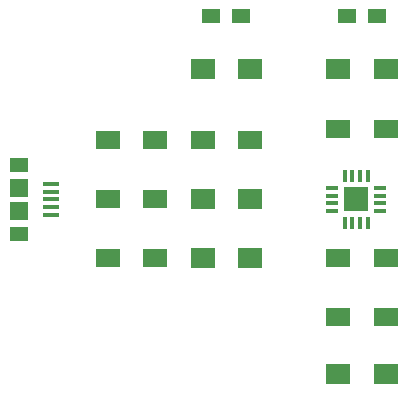
<source format=gtp>
G04 #@! TF.FileFunction,Paste,Top*
%FSLAX46Y46*%
G04 Gerber Fmt 4.6, Leading zero omitted, Abs format (unit mm)*
G04 Created by KiCad (PCBNEW 4.0.6) date 03/10/17 18:32:13*
%MOMM*%
%LPD*%
G01*
G04 APERTURE LIST*
%ADD10C,0.150000*%
%ADD11R,2.000000X1.600000*%
%ADD12R,1.500000X1.250000*%
%ADD13R,1.550000X1.500000*%
%ADD14R,1.350000X0.400000*%
%ADD15R,1.550000X1.200000*%
%ADD16R,2.000000X1.700000*%
%ADD17R,0.300000X1.120000*%
%ADD18R,1.120000X0.300000*%
%ADD19R,2.150000X2.150000*%
G04 APERTURE END LIST*
D10*
D11*
X146750000Y-74250000D03*
X150750000Y-74250000D03*
X146750000Y-79250000D03*
X150750000Y-79250000D03*
X146750000Y-84250000D03*
X150750000Y-84250000D03*
X166250000Y-84250000D03*
X170250000Y-84250000D03*
X166250000Y-89250000D03*
X170250000Y-89250000D03*
X170250000Y-73250000D03*
X166250000Y-73250000D03*
D12*
X158000000Y-63750000D03*
X155500000Y-63750000D03*
X169500000Y-63750000D03*
X167000000Y-63750000D03*
D13*
X139200000Y-78250000D03*
X139200000Y-80250000D03*
D14*
X141900000Y-77950000D03*
X141900000Y-78600000D03*
X141900000Y-79250000D03*
X141900000Y-79900000D03*
X141900000Y-80550000D03*
D15*
X139200000Y-76350000D03*
X139200000Y-82150000D03*
D11*
X158750000Y-74250000D03*
X154750000Y-74250000D03*
D16*
X154750000Y-79250000D03*
X158750000Y-79250000D03*
X158750000Y-84250000D03*
X154750000Y-84250000D03*
X166250000Y-94000000D03*
X170250000Y-94000000D03*
X166250000Y-68250000D03*
X170250000Y-68250000D03*
X158750000Y-68250000D03*
X154750000Y-68250000D03*
D17*
X168725000Y-77240000D03*
X168075000Y-77240000D03*
X167425000Y-77240000D03*
X166775000Y-77240000D03*
D18*
X165740000Y-78275000D03*
X165740000Y-78925000D03*
X165740000Y-79575000D03*
X165740000Y-80225000D03*
D17*
X166775000Y-81260000D03*
X167425000Y-81260000D03*
X168075000Y-81260000D03*
X168725000Y-81260000D03*
D18*
X169760000Y-80225000D03*
X169760000Y-79575000D03*
X169760000Y-78925000D03*
X169760000Y-78275000D03*
D19*
X167750000Y-79250000D03*
M02*

</source>
